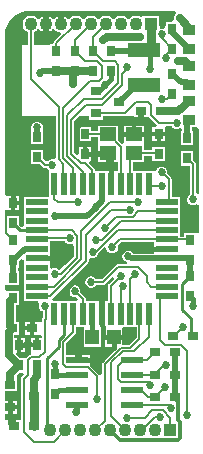
<source format=gbl>
%FSAX24Y24*%
%MOIN*%
G70*
G01*
G75*
G04 Layer_Physical_Order=2*
G04 Layer_Color=16711680*
%ADD10R,0.0512X0.0315*%
%ADD11R,0.0315X0.0512*%
%ADD12C,0.0197*%
%ADD13C,0.0080*%
%ADD14C,0.0150*%
%ADD15C,0.0250*%
%ADD16C,0.0350*%
%ADD17C,0.0060*%
%ADD18C,0.0300*%
%ADD19C,0.0200*%
%ADD20C,0.0100*%
%ADD21C,0.0430*%
%ADD22R,0.0430X0.0430*%
%ADD23C,0.0270*%
%ADD24R,0.0300X0.0350*%
%ADD25R,0.0394X0.0354*%
%ADD26R,0.0350X0.0300*%
%ADD27R,0.0450X0.0500*%
%ADD28R,0.0354X0.0315*%
%ADD29R,0.1063X0.0512*%
%ADD30R,0.0748X0.0217*%
%ADD31R,0.0217X0.0748*%
%ADD32R,0.0551X0.0453*%
%ADD33C,0.0120*%
G36*
X068187Y042891D02*
X068211Y042861D01*
X068241Y042837D01*
X068275Y042819D01*
X068312Y042808D01*
X068350Y042804D01*
X068388Y042808D01*
X068420Y042817D01*
X068430Y042810D01*
X068484Y042708D01*
Y042402D01*
X068370Y042288D01*
X067969Y041959D01*
X067939Y041983D01*
X067905Y042001D01*
X067868Y042012D01*
X067830Y042016D01*
X067792Y042012D01*
X067755Y042001D01*
X067737Y041992D01*
X067692Y042019D01*
X067669Y042047D01*
Y042167D01*
Y042260D01*
X067235D01*
Y042410D01*
X067669D01*
Y042482D01*
Y042797D01*
Y042899D01*
X068183D01*
X068187Y042891D01*
D02*
G37*
G36*
X071131Y042797D02*
Y042725D01*
X071565D01*
Y042575D01*
X071131D01*
Y042496D01*
X070463D01*
X070448Y042524D01*
X070424Y042554D01*
X070394Y042578D01*
X070360Y042596D01*
X070323Y042607D01*
X070285Y042611D01*
X070247Y042607D01*
X070210Y042596D01*
X070176Y042578D01*
X070146Y042554D01*
X070122Y042524D01*
X070104Y042490D01*
X070093Y042453D01*
X070089Y042415D01*
X070093Y042377D01*
X070104Y042340D01*
X070122Y042306D01*
X070146Y042276D01*
X070176Y042252D01*
X070210Y042234D01*
X070210Y042234D01*
X070242Y042171D01*
X070239Y042142D01*
X070237Y042136D01*
X069935D01*
X069909Y042132D01*
X069892Y042125D01*
X069885Y042122D01*
X069864Y042106D01*
X069408Y041651D01*
X069217D01*
X069213Y041659D01*
X069189Y041689D01*
X069159Y041713D01*
X069125Y041731D01*
X069088Y041742D01*
X069050Y041746D01*
X069012Y041742D01*
X068975Y041731D01*
X068941Y041713D01*
X068911Y041689D01*
X068887Y041659D01*
X068869Y041625D01*
X068858Y041588D01*
X068854Y041550D01*
X068858Y041512D01*
X068869Y041475D01*
X068887Y041441D01*
X068911Y041411D01*
X068941Y041387D01*
X068975Y041369D01*
X069012Y041358D01*
X069050Y041354D01*
X069088Y041358D01*
X069125Y041369D01*
X069159Y041387D01*
X069189Y041411D01*
X069213Y041441D01*
X069217Y041449D01*
X069450D01*
X069476Y041453D01*
X069500Y041463D01*
X069521Y041479D01*
X069782Y041740D01*
X069796Y041735D01*
X069814Y041657D01*
X069644Y041486D01*
X069628Y041465D01*
X069618Y041441D01*
X069614Y041415D01*
Y040919D01*
X069475D01*
Y040485D01*
X069325D01*
Y040919D01*
X068871D01*
Y040980D01*
X068868Y041006D01*
X068857Y041030D01*
X068841Y041051D01*
X068690Y041203D01*
X068692Y041212D01*
X068696Y041250D01*
X068692Y041288D01*
X068681Y041325D01*
X068663Y041359D01*
X068639Y041389D01*
X068609Y041413D01*
X068575Y041431D01*
X068538Y041442D01*
X068500Y041446D01*
X068462Y041442D01*
X068425Y041431D01*
X068391Y041413D01*
X068361Y041389D01*
X068337Y041359D01*
X068319Y041325D01*
X068308Y041288D01*
X068304Y041250D01*
X068308Y041212D01*
X068319Y041175D01*
X068337Y041141D01*
X068361Y041111D01*
X068391Y041087D01*
X068425Y041069D01*
X068462Y041058D01*
X068500Y041054D01*
X068538Y041058D01*
X068547Y041060D01*
X068615Y040993D01*
X068584Y040919D01*
X067781D01*
X067755Y040994D01*
X067767Y041004D01*
X068936Y042173D01*
X068936Y042173D01*
X068936Y042173D01*
X068952Y042194D01*
X068962Y042218D01*
X068966Y042244D01*
Y042258D01*
X069020Y042360D01*
X069030Y042367D01*
X069062Y042358D01*
X069100Y042354D01*
X069138Y042358D01*
X069175Y042369D01*
X069209Y042387D01*
X069239Y042411D01*
X069263Y042441D01*
X069281Y042475D01*
X069292Y042512D01*
X069292Y042514D01*
X069481Y042703D01*
X069556Y042676D01*
X069558Y042662D01*
X069569Y042625D01*
X069587Y042591D01*
X069611Y042561D01*
X069641Y042537D01*
X069675Y042519D01*
X069712Y042508D01*
X069750Y042504D01*
X069788Y042508D01*
X069825Y042519D01*
X069859Y042537D01*
X069889Y042561D01*
X069913Y042591D01*
X069931Y042625D01*
X069942Y042662D01*
X069946Y042700D01*
X069942Y042738D01*
X069936Y042758D01*
X070053Y042874D01*
X071131D01*
Y042797D01*
D02*
G37*
G36*
X070569Y039697D02*
X070322Y039451D01*
X070089D01*
Y039625D01*
X069519D01*
Y039390D01*
X069847D01*
X069878Y039316D01*
X069436Y038874D01*
X069421Y038855D01*
X069412Y038833D01*
X069409Y038810D01*
Y038471D01*
X069337Y038442D01*
X069331Y038440D01*
X069329Y038445D01*
X069314Y038464D01*
X069014Y038764D01*
X069009Y038768D01*
X069009Y038782D01*
X069009D01*
Y039118D01*
X068650D01*
Y038950D01*
X068500D01*
Y039118D01*
X068202D01*
Y039513D01*
X068519Y039831D01*
X068534Y039849D01*
X068540Y039865D01*
X068543Y039871D01*
X068546Y039895D01*
Y040051D01*
X068811D01*
Y040010D01*
X068811D01*
Y039390D01*
X069381D01*
Y040010D01*
D01*
Y040010D01*
X069421Y040051D01*
X069519D01*
Y040010D01*
X069519D01*
Y039775D01*
X070089D01*
Y040010D01*
D01*
Y040010D01*
X070130Y040051D01*
X070569D01*
Y039697D01*
D02*
G37*
G36*
X066814Y038456D02*
X066729Y038371D01*
X066713Y038350D01*
X066703Y038326D01*
X066699Y038300D01*
X066699Y038300D01*
X066699D01*
X066699Y038300D01*
X066699D01*
Y036960D01*
X066530D01*
Y036750D01*
X066400D01*
Y036960D01*
X066230D01*
Y036960D01*
X066177D01*
X066176Y037000D01*
D01*
Y037159D01*
X066296D01*
Y037376D01*
Y037593D01*
X066176D01*
Y037907D01*
X066593D01*
Y038341D01*
X066593D01*
X066593Y038446D01*
X066678Y038530D01*
X066783D01*
X066814Y038456D01*
D02*
G37*
G36*
X066801Y042284D02*
Y042167D01*
Y041852D01*
Y041537D01*
Y041222D01*
Y040907D01*
X067279D01*
X067291Y040897D01*
X067326Y040838D01*
X067319Y040825D01*
X067308Y040788D01*
X067304Y040750D01*
X067308Y040712D01*
X067319Y040675D01*
X067337Y040641D01*
X067361Y040611D01*
X067391Y040587D01*
X067425Y040569D01*
X067431Y040567D01*
Y040347D01*
X067429Y040344D01*
X067413Y040324D01*
X067403Y040299D01*
X067399Y040273D01*
Y040210D01*
X067320D01*
Y040210D01*
X067150D01*
Y040000D01*
Y039790D01*
X067320D01*
Y039790D01*
X067343D01*
X067399Y039733D01*
Y039670D01*
X067315D01*
Y039435D01*
X067250D01*
Y039370D01*
X067040D01*
Y039200D01*
X067040D01*
Y039139D01*
X067032Y039138D01*
X067008Y039128D01*
X066987Y039112D01*
X066879Y039003D01*
X066877Y039000D01*
X066860Y039000D01*
Y039000D01*
X066678D01*
X066553Y039126D01*
X066583Y039200D01*
X066585D01*
Y039435D01*
Y039670D01*
X066486D01*
Y039790D01*
X066650D01*
Y040210D01*
X066536D01*
Y040591D01*
X066542Y040612D01*
X066546Y040650D01*
X066542Y040688D01*
X066536Y040709D01*
Y040780D01*
X066660D01*
Y041250D01*
X066240D01*
Y041250D01*
X066232D01*
X066176Y041307D01*
Y041450D01*
X066240D01*
Y041450D01*
X066660D01*
Y041920D01*
X066611D01*
Y042030D01*
X066660D01*
Y042248D01*
X066727Y042315D01*
X066801Y042284D01*
D02*
G37*
G36*
X070480Y047040D02*
X070950D01*
X070950Y047040D01*
X071014Y047012D01*
X071232Y046794D01*
X071201Y046720D01*
X071090D01*
Y046550D01*
X071510D01*
Y046693D01*
X071510D01*
Y046693D01*
D01*
X071510Y046720D01*
D01*
X071539Y046749D01*
X071733D01*
X071737Y046741D01*
X071761Y046711D01*
X071791Y046687D01*
X071825Y046669D01*
X071862Y046658D01*
X071900Y046654D01*
X071938Y046658D01*
X071975Y046669D01*
X072009Y046687D01*
X072017Y046694D01*
X072089Y046659D01*
Y046570D01*
X072040D01*
Y046100D01*
X072460D01*
Y046570D01*
X072411D01*
Y046718D01*
X072577D01*
Y046718D01*
X072579D01*
X072635Y046661D01*
Y044494D01*
X072618Y044486D01*
X072551Y044529D01*
Y045465D01*
X072547Y045491D01*
X072537Y045516D01*
X072521Y045537D01*
X072460Y045598D01*
Y045900D01*
X072040D01*
Y045430D01*
X072342D01*
X072349Y045424D01*
Y044467D01*
X072341Y044463D01*
X072311Y044439D01*
X072287Y044409D01*
X072269Y044375D01*
X072258Y044338D01*
X072254Y044300D01*
X072258Y044262D01*
X072269Y044225D01*
X072287Y044191D01*
X072311Y044161D01*
X072341Y044137D01*
X072375Y044119D01*
X072412Y044108D01*
X072450Y044104D01*
X072488Y044108D01*
X072525Y044119D01*
X072559Y044137D01*
X072563Y044140D01*
X072635Y044106D01*
Y043170D01*
X072560D01*
Y043170D01*
X072140D01*
Y043056D01*
X071999D01*
Y043112D01*
Y043427D01*
Y043742D01*
Y044057D01*
Y044393D01*
X071736D01*
Y044965D01*
X071732Y044991D01*
X071722Y045015D01*
X071706Y045036D01*
X071590Y045153D01*
X071592Y045162D01*
X071596Y045200D01*
X071592Y045238D01*
X071581Y045275D01*
X071563Y045309D01*
X071539Y045339D01*
X071509Y045363D01*
X071475Y045381D01*
X071438Y045392D01*
X071400Y045396D01*
X071362Y045392D01*
X071325Y045381D01*
X071291Y045363D01*
X071261Y045339D01*
X071237Y045309D01*
X071219Y045275D01*
X071211Y045249D01*
X071143D01*
Y045249D01*
X070446D01*
Y045549D01*
X070819D01*
Y045734D01*
X071090D01*
Y045580D01*
X071510D01*
Y046050D01*
X071090D01*
Y045936D01*
X070819D01*
Y046121D01*
D01*
Y046121D01*
X070819Y046121D01*
Y046179D01*
X070819D01*
Y046390D01*
X070147D01*
Y046195D01*
X070074Y046164D01*
X069953Y046285D01*
Y046751D01*
X069281D01*
Y046586D01*
X069060D01*
Y046720D01*
X068640D01*
Y046250D01*
X069060D01*
Y046384D01*
X069281D01*
Y046179D01*
X069281Y046179D01*
X069281Y046121D01*
X069281D01*
Y045910D01*
X069617D01*
Y045835D01*
X069692D01*
Y045549D01*
X069949D01*
Y045249D01*
X069790D01*
Y044815D01*
X069640D01*
Y045249D01*
X069186D01*
Y045265D01*
X069182Y045291D01*
X069172Y045315D01*
X069156Y045336D01*
X068986Y045506D01*
X069017Y045580D01*
X069060D01*
Y045750D01*
X068850D01*
Y045815D01*
X068785D01*
Y046050D01*
X068640D01*
Y045805D01*
X068566Y045775D01*
X068491Y045850D01*
Y046898D01*
X068669Y047076D01*
X068969D01*
Y046958D01*
X069443D01*
Y047075D01*
X070176D01*
X070183Y047076D01*
X070480D01*
Y047040D01*
D02*
G37*
G36*
X071852Y050587D02*
X071880Y050533D01*
X071888Y050510D01*
X071861Y050489D01*
X071837Y050459D01*
X071819Y050425D01*
X071808Y050388D01*
X071804Y050350D01*
X071808Y050312D01*
X071816Y050284D01*
X071804Y050267D01*
X071715Y050220D01*
X071540D01*
Y050103D01*
X071475Y049981D01*
X071438Y049992D01*
X071400Y049996D01*
X071374Y049993D01*
X071357Y050009D01*
X071314Y050148D01*
Y050428D01*
X070764D01*
Y050420D01*
X070695Y050381D01*
X070665Y050399D01*
X070625Y050416D01*
X070583Y050426D01*
X070539Y050429D01*
X070496Y050426D01*
X070454Y050416D01*
X070414Y050399D01*
X070377Y050376D01*
X070344Y050348D01*
X070329Y050331D01*
X070249D01*
X070234Y050348D01*
X070202Y050376D01*
X070165Y050399D01*
X070125Y050416D01*
X070083Y050426D01*
X070039Y050429D01*
X069996Y050426D01*
X069954Y050416D01*
X069914Y050399D01*
X069877Y050376D01*
X069844Y050348D01*
X069829Y050331D01*
X069749D01*
X069734Y050348D01*
X069702Y050376D01*
X069665Y050399D01*
X069625Y050416D01*
X069583Y050426D01*
X069539Y050429D01*
X069496Y050426D01*
X069454Y050416D01*
X069414Y050399D01*
X069377Y050376D01*
X069344Y050348D01*
X069329Y050331D01*
X069249D01*
X069234Y050348D01*
X069202Y050376D01*
X069165Y050399D01*
X069125Y050416D01*
X069083Y050426D01*
X069039Y050429D01*
X068996Y050426D01*
X068954Y050416D01*
X068914Y050399D01*
X068877Y050376D01*
X068844Y050348D01*
X068829Y050331D01*
X068749D01*
X068734Y050348D01*
X068702Y050376D01*
X068665Y050399D01*
X068625Y050416D01*
X068583Y050426D01*
X068539Y050429D01*
X068496Y050426D01*
X068454Y050416D01*
X068414Y050399D01*
X068377Y050376D01*
X068344Y050348D01*
X068329Y050331D01*
X068249D01*
X068234Y050348D01*
X068202Y050376D01*
X068165Y050399D01*
X068139Y050409D01*
Y050153D01*
X067939D01*
Y050409D01*
X067914Y050399D01*
X067877Y050376D01*
X067844Y050348D01*
X067829Y050331D01*
X067749D01*
X067734Y050348D01*
X067702Y050376D01*
X067665Y050399D01*
X067639Y050409D01*
Y050153D01*
Y049897D01*
X067665Y049907D01*
X067702Y049930D01*
X067734Y049958D01*
X067749Y049976D01*
X067829D01*
X067844Y049958D01*
X067877Y049930D01*
X067914Y049907D01*
X067954Y049891D01*
X067996Y049881D01*
X068020Y049879D01*
X068045Y049811D01*
X068045Y049802D01*
X067823Y049579D01*
X067807Y049558D01*
X067797Y049534D01*
X067793Y049508D01*
Y049470D01*
X067684D01*
Y049438D01*
X067140D01*
Y049897D01*
X067165Y049907D01*
X067202Y049930D01*
X067234Y049958D01*
X067249Y049976D01*
X067329D01*
X067344Y049958D01*
X067377Y049930D01*
X067414Y049907D01*
X067439Y049897D01*
Y050153D01*
Y050409D01*
X067414Y050399D01*
X067377Y050376D01*
X067344Y050348D01*
X067329Y050331D01*
X067249D01*
X067234Y050348D01*
X067202Y050376D01*
X067165Y050399D01*
X067125Y050416D01*
X067083Y050426D01*
X067039Y050429D01*
X066996Y050426D01*
X066954Y050416D01*
X066914Y050399D01*
X066877Y050376D01*
X066844Y050348D01*
X066816Y050315D01*
X066794Y050278D01*
X066777Y050238D01*
X066767Y050196D01*
X066764Y050153D01*
X066767Y050110D01*
X066777Y050068D01*
X066794Y050028D01*
X066816Y049991D01*
X066844Y049958D01*
X066877Y049930D01*
X066914Y049907D01*
X066939Y049897D01*
Y049438D01*
X066743D01*
Y047076D01*
X067869D01*
Y045714D01*
X067844Y045666D01*
X067805Y045637D01*
X067788Y045642D01*
X067750Y045646D01*
X067712Y045642D01*
X067675Y045631D01*
X067641Y045613D01*
X067611Y045589D01*
X067608Y045584D01*
X067546Y045581D01*
X067506Y045602D01*
X067460Y045648D01*
Y045950D01*
X067040D01*
Y045480D01*
X067342D01*
X067444Y045379D01*
X067465Y045363D01*
X067482Y045356D01*
X067489Y045353D01*
X067515Y045349D01*
X067583D01*
X067587Y045341D01*
X067611Y045311D01*
X067641Y045287D01*
X067657Y045279D01*
Y045249D01*
X067657D01*
Y044393D01*
X066801D01*
Y044057D01*
Y043742D01*
Y043427D01*
Y043426D01*
X066727Y043396D01*
X066660Y043462D01*
Y043750D01*
X066240D01*
Y043750D01*
X066232D01*
X066176Y043807D01*
Y043950D01*
X066240D01*
Y043950D01*
X066385D01*
Y044185D01*
Y044420D01*
X066240D01*
Y044420D01*
X066232D01*
X066176Y044476D01*
Y049764D01*
X066175Y049769D01*
X066179Y049845D01*
X066191Y049925D01*
X066211Y050003D01*
X066238Y050079D01*
X066272Y050153D01*
X066314Y050222D01*
X066362Y050287D01*
X066417Y050347D01*
X066477Y050402D01*
X066542Y050450D01*
X066611Y050491D01*
X066684Y050526D01*
X066761Y050553D01*
X066839Y050573D01*
X066919Y050585D01*
X066994Y050588D01*
X067000Y050588D01*
X071811D01*
X071817Y050588D01*
X071852Y050587D01*
D02*
G37*
%LPC*%
G36*
X067185Y039670D02*
X067040D01*
Y039500D01*
X067185D01*
Y039670D01*
D02*
G37*
G36*
X067250Y046896D02*
X067212Y046892D01*
X067175Y046881D01*
X067141Y046863D01*
X067111Y046839D01*
X067087Y046809D01*
X067069Y046775D01*
X067058Y046738D01*
X067054Y046700D01*
X067058Y046662D01*
X067069Y046625D01*
D01*
X067040Y046620D01*
X067043Y046620D01*
X067040Y046620D01*
X067040D01*
Y046150D01*
X067460D01*
Y046620D01*
X067460D01*
X067457Y046620D01*
X067460Y046620D01*
X067431Y046625D01*
D01*
X067442Y046662D01*
X067446Y046700D01*
X067442Y046738D01*
X067431Y046775D01*
X067413Y046809D01*
X067389Y046839D01*
X067359Y046863D01*
X067325Y046881D01*
X067288Y046892D01*
X067250Y046896D01*
D02*
G37*
G36*
X067020Y039935D02*
X066850D01*
Y039790D01*
X067020D01*
Y039935D01*
D02*
G37*
G36*
X066860Y039670D02*
X066715D01*
Y039500D01*
X066860D01*
Y039670D01*
D02*
G37*
G36*
X066593Y037316D02*
X066416D01*
Y037159D01*
X066593D01*
Y037316D01*
D02*
G37*
G36*
Y037593D02*
X066416D01*
Y037436D01*
X066593D01*
Y037593D01*
D02*
G37*
G36*
X066860Y039370D02*
X066715D01*
Y039200D01*
X066860D01*
Y039370D01*
D02*
G37*
G36*
X069060Y046050D02*
X068915D01*
Y045880D01*
X069060D01*
Y046050D01*
D02*
G37*
G36*
X069542Y045760D02*
X069281D01*
Y045549D01*
X069542D01*
Y045760D01*
D02*
G37*
G36*
X071510Y046420D02*
X071365D01*
Y046250D01*
X071510D01*
Y046420D01*
D02*
G37*
G36*
X071235D02*
X071090D01*
Y046250D01*
X071235D01*
Y046420D01*
D02*
G37*
G36*
X066660Y044420D02*
X066515D01*
Y044250D01*
X066660D01*
Y044420D01*
D02*
G37*
G36*
X070819Y046751D02*
X070558D01*
Y046540D01*
X070819D01*
Y046751D01*
D02*
G37*
G36*
X067020Y040210D02*
X066850D01*
Y040065D01*
X067020D01*
Y040210D01*
D02*
G37*
G36*
X066660Y044120D02*
X066515D01*
Y043950D01*
X066660D01*
Y044120D01*
D02*
G37*
G36*
X070408Y046751D02*
X070147D01*
Y046540D01*
X070408D01*
Y046751D01*
D02*
G37*
%LPD*%
D13*
X067135Y036215D02*
X067801D01*
X068189Y036603D01*
X066800Y036550D02*
X067135Y036215D01*
X066800Y036550D02*
Y038300D01*
X066950Y038450D01*
Y038932D01*
X067059Y039040D01*
X067322D01*
X067500Y039218D01*
Y040273D01*
X067532Y040305D01*
Y040718D01*
X067500Y040750D01*
X067235Y041075D02*
X067696D01*
X068865Y042244D01*
Y043115D01*
X069700Y043950D01*
X070350D01*
X070597Y042035D02*
X070900Y041732D01*
Y041550D01*
X071060Y041390D01*
X071565D01*
X071350Y041050D02*
Y039600D01*
X071500Y039450D01*
X072051D01*
X072250Y039251D01*
Y037100D01*
X071065Y038450D02*
X071165Y038550D01*
X071065Y038450D02*
X070425D01*
Y038950D02*
X070915D01*
X071165Y039200D01*
X071186Y037045D02*
X071350D01*
X071186D02*
X070744Y036603D01*
X070689D01*
X072100Y040050D02*
X071800Y039750D01*
X071795D01*
X070030Y041330D02*
X070100Y041400D01*
X070030Y041330D02*
Y040485D01*
X069715D02*
Y041415D01*
X070050Y041750D01*
X069935Y042035D02*
X070597D01*
X069935D02*
X069450Y041550D01*
X069050D01*
X068500Y041250D02*
X068770Y040980D01*
Y040485D01*
X067813Y041390D02*
X068725Y042302D01*
Y043243D01*
X069682Y044200D01*
X070600D01*
X070345Y044815D02*
Y045697D01*
X070483Y045835D01*
X071280D01*
X071300Y045815D01*
X071318Y046850D02*
X071900D01*
X071318D02*
X071050Y047118D01*
Y047450D01*
X070950Y047550D01*
X070549D01*
X070440Y047441D01*
Y047440D01*
X070176Y047176D01*
X069206D01*
X069401Y047433D02*
X070090Y048122D01*
Y048490D01*
X070250Y048650D01*
Y048700D01*
X069950Y048782D02*
X069832Y048900D01*
X069435D01*
X069100Y049235D01*
Y049714D01*
X069539Y050153D01*
X069237Y048900D02*
X069400Y048737D01*
Y048350D01*
X069300Y048250D01*
X069000D01*
X068110Y047360D01*
Y045692D01*
X068450Y045352D01*
Y045205D01*
X068455Y045200D01*
Y044815D01*
X068770D02*
Y045230D01*
X068250Y045750D01*
Y047100D01*
X068800Y047650D01*
X069420D01*
X069950Y048180D01*
Y048782D01*
X069237Y048900D02*
X068835D01*
X068500Y049235D01*
Y049614D01*
X069039Y050153D01*
X068539D02*
X067894Y049508D01*
Y049235D01*
X067970Y047380D02*
Y045634D01*
X068110Y045494D01*
Y044846D01*
X068140Y044815D01*
X067825D02*
Y044325D01*
X067950Y044200D01*
X068560D01*
X068600D01*
X068560D02*
X068555Y044205D01*
Y044205D01*
X069085Y044815D02*
Y045265D01*
X068852Y045498D01*
X068700D01*
X068390Y045808D01*
Y046940D01*
X068883Y047433D01*
X069401D01*
X069597Y046485D02*
X069617Y046465D01*
X069630D01*
X070050Y046045D01*
Y044835D01*
X070030Y044815D01*
X071400Y045200D02*
X071635Y044965D01*
Y044294D01*
X071565Y044225D01*
X072450Y044300D02*
Y045465D01*
X072250Y045665D01*
X071585Y047650D02*
X071750Y047815D01*
X071585Y047650D02*
X071400D01*
X071550Y049000D02*
X071550Y049000D01*
Y049115D01*
X071750Y049315D01*
X069597Y046485D02*
X068850D01*
X067750Y045450D02*
X067515D01*
X067250Y045715D01*
X067970Y047380D02*
X067039Y048311D01*
Y050153D01*
X067235Y043280D02*
X068402D01*
X068585Y043097D01*
Y042360D01*
X068045Y041820D01*
X067830D01*
X067813Y041390D02*
X067235D01*
X068350Y043000D02*
X067270D01*
X067235Y042965D01*
D14*
X066465Y036750D02*
X066356Y036859D01*
Y037376D01*
Y037744D01*
X066350Y037750D01*
X067850Y037815D02*
X067985Y037950D01*
X068575D01*
Y037450D02*
Y037225D01*
X068550Y037200D01*
X069407Y038950D02*
X068575D01*
X068651Y039027D01*
Y039751D01*
X068658D01*
X069085Y040485D02*
Y039711D01*
X069096Y039700D01*
X068575Y038450D02*
X067885D01*
X067850Y038485D01*
Y038800D01*
X069804Y039347D02*
Y039700D01*
X070100D01*
X070250Y039850D01*
X070300D01*
X069456Y039750D02*
Y040049D01*
X069400Y040104D01*
Y040485D01*
Y041000D01*
X069120Y041280D01*
X068938D01*
X068568Y041650D01*
X068518D01*
X068733Y041865D01*
X069353D01*
X070173Y042685D01*
X070800D01*
X070965D01*
X071000Y042650D01*
X071350D01*
X072350Y041065D02*
X072450Y040965D01*
Y040750D01*
Y043800D02*
X072100Y044150D01*
Y045250D01*
X071800Y045550D01*
Y045985D01*
X071900Y046000D01*
Y045950D01*
X070715Y047205D02*
Y047250D01*
X071000Y048650D02*
Y049071D01*
X070800Y049271D01*
X069700Y048565D02*
Y048303D01*
X069524Y048126D01*
X069321Y047924D01*
X069206D01*
X070050Y046884D02*
X070349D01*
X070050D02*
X068733D01*
X068565Y046716D01*
Y046254D01*
X068850Y045969D02*
Y045815D01*
X069597D01*
X069617Y045835D01*
X069715Y045737D01*
Y044815D01*
X067865Y042335D02*
X068000Y042200D01*
Y042100D01*
X067950Y042150D01*
X067865Y042335D02*
X067235D01*
X067085Y040250D02*
Y040000D01*
X066950Y039550D02*
Y039500D01*
X066919Y039435D02*
X066650D01*
X068100Y041100D02*
X068230Y041230D01*
Y041362D01*
X068518Y041650D01*
X066450Y044185D02*
Y045650D01*
X066800Y046000D01*
X066450Y046900D02*
X066435Y046915D01*
Y047085D01*
X067520Y047000D02*
X067600Y046920D01*
Y046885D01*
D15*
X066356Y038124D02*
Y038472D01*
X066650Y038765D01*
X066300Y039115D01*
Y039885D01*
X066415Y040000D01*
X066350Y040065D01*
Y040650D01*
Y040915D01*
X066450Y041015D01*
X067250Y038765D02*
Y038400D01*
X067144Y038294D01*
Y037750D01*
X072320Y047585D02*
X072052Y047317D01*
X072000D01*
X071933Y047250D01*
X071385D01*
X072176Y048900D02*
X072320Y048756D01*
X072176Y048900D02*
X071950D01*
X070694Y049722D02*
X069572D01*
X069450Y049600D01*
X072000Y050350D02*
X072320Y050030D01*
Y049956D01*
X069100Y048565D02*
X068500D01*
X067894D01*
X068500D02*
X068450Y048515D01*
Y048150D01*
D17*
X066205Y043180D02*
X066450Y042935D01*
X066205Y043180D02*
Y043900D01*
X069100Y042550D02*
X069200D01*
X069930Y043280D01*
X071565D01*
Y042965D02*
X072320D01*
X072350Y042935D01*
X071400Y044750D02*
X071040D01*
X070975Y044815D01*
X070628Y043910D02*
X071565D01*
Y043595D02*
X070063D01*
X069418Y042950D01*
X069200D01*
X069500Y043350D02*
X069875Y043725D01*
X070443D01*
X070628Y043910D01*
X071565Y042965D02*
X070015D01*
X069750Y042700D01*
X070345Y041645D02*
X070500Y041800D01*
X070345Y041645D02*
Y040485D01*
X070360Y039360D02*
X070660Y039660D01*
Y040485D01*
X070975D02*
Y039725D01*
X070490Y039240D01*
X070100D01*
X069725Y038865D01*
Y037068D01*
X070189Y036603D01*
X069189D02*
X069500Y036914D01*
Y038810D01*
X070050Y039360D01*
X070360D01*
X070100Y038950D02*
Y038900D01*
X069950Y038750D01*
Y038300D01*
X070050Y038200D01*
X070900D01*
X071000Y038100D01*
X070700Y037950D02*
X070950Y037700D01*
X071165D01*
X071508Y038042D01*
X071600Y037450D02*
X071700Y037350D01*
X071600Y037450D02*
X070425D01*
Y037950D02*
X070700D01*
X070838Y037013D02*
X071095Y037270D01*
X071443D01*
X071685Y037029D01*
Y036855D01*
X071689Y036850D01*
Y036603D01*
X070838Y037013D02*
X070263D01*
X069250Y037650D02*
Y038400D01*
X068950Y038700D01*
X068215D01*
X068111Y038804D01*
Y039551D01*
X068455Y039895D01*
Y040485D01*
X071165Y039200D02*
X071200Y039235D01*
X071165Y038550D02*
X071250D01*
X071500Y038800D01*
X071535Y038765D01*
X071535D01*
X071750Y049315D02*
X071400Y049665D01*
Y049800D01*
D18*
X067135Y036750D02*
Y037200D01*
Y037741D01*
X067144Y037750D01*
X071039Y049510D02*
Y050153D01*
D19*
X066450Y041685D02*
Y042265D01*
X066835Y042650D01*
X066950D01*
X067819Y043750D02*
X067850D01*
X068920D01*
X069200Y044030D01*
X069235Y044065D01*
Y044068D01*
X069400Y044233D01*
Y044815D01*
X069200Y044050D02*
Y044030D01*
X070285Y042415D02*
X070365Y042335D01*
X071565D01*
X072280D01*
X072350Y042265D01*
Y041735D01*
X071835Y039200D02*
Y038450D01*
Y037665D01*
X072250Y046335D02*
Y046885D01*
X072320Y046955D01*
X072250Y048200D02*
X072035D01*
X071750Y048485D01*
X070800Y048129D02*
X070573D01*
X069994Y047550D01*
X070715Y046900D02*
Y047205D01*
X072320Y049326D02*
X071750Y049896D01*
Y049985D01*
X070800Y049271D02*
X070764Y049235D01*
X069700D01*
X067894Y048565D02*
X067415D01*
X067350Y048500D01*
X067250Y046700D02*
Y046385D01*
D20*
X067590Y036703D02*
X067689Y036603D01*
X067590Y036703D02*
Y039000D01*
X067971Y039381D01*
Y039609D01*
X068140Y039778D01*
Y040485D01*
X067235Y043280D02*
X066685D01*
X066450Y043515D01*
X072090Y040629D02*
Y041475D01*
X072350Y041735D01*
X072090Y040629D02*
X072369Y040350D01*
Y039845D01*
X072465Y039750D01*
D21*
X067039Y050153D02*
D03*
X067539D02*
D03*
X068039D02*
D03*
X068539D02*
D03*
X069039D02*
D03*
X069539D02*
D03*
X070039D02*
D03*
X070539D02*
D03*
X068689Y036603D02*
D03*
X068189D02*
D03*
X067689D02*
D03*
X069189D02*
D03*
X069689D02*
D03*
X070189D02*
D03*
X070689D02*
D03*
X071189D02*
D03*
D22*
X071689Y036603D02*
D03*
X071039Y050153D02*
D03*
D23*
X066350Y037750D02*
D03*
X067135Y037200D02*
D03*
X068550D02*
D03*
X069250Y037650D02*
D03*
X070263Y037013D02*
D03*
X071350Y037045D02*
D03*
X071700Y037350D02*
D03*
X071508Y038042D02*
D03*
X071000Y038100D02*
D03*
X072250Y037100D02*
D03*
X071535Y038765D02*
D03*
X072100Y040050D02*
D03*
X072450Y040750D02*
D03*
Y043800D02*
D03*
Y044300D02*
D03*
X071900Y046000D02*
D03*
Y046850D02*
D03*
X070950Y046450D02*
D03*
X071400Y045200D02*
D03*
Y044750D02*
D03*
X070800Y042685D02*
D03*
X070600Y044200D02*
D03*
X070350Y043950D02*
D03*
X069200Y044050D02*
D03*
X069500Y043350D02*
D03*
X069200Y042950D02*
D03*
X069750Y042700D02*
D03*
X070285Y042415D02*
D03*
X070500Y041800D02*
D03*
X070050Y041750D02*
D03*
X070100Y041400D02*
D03*
X070300Y039850D02*
D03*
X069050Y041550D02*
D03*
X068500Y041250D02*
D03*
X067830Y041820D02*
D03*
X067950Y042150D02*
D03*
X069100Y042550D02*
D03*
X068100Y041100D02*
D03*
X068658Y039751D02*
D03*
X067850Y038800D02*
D03*
X067297Y040403D02*
D03*
X067500Y040750D02*
D03*
X066350Y040650D02*
D03*
X066950Y039500D02*
D03*
X068350Y043000D02*
D03*
X067850Y043750D02*
D03*
X068600Y044200D02*
D03*
X067750Y045450D02*
D03*
X070050Y046884D02*
D03*
X071400Y047650D02*
D03*
X072000Y047317D02*
D03*
X071950Y048900D02*
D03*
X071550Y049000D02*
D03*
X071000Y048650D02*
D03*
X070694Y049722D02*
D03*
X071400Y049800D02*
D03*
X072000Y050350D02*
D03*
X069450Y049600D02*
D03*
X070250Y048700D02*
D03*
X069524Y048126D02*
D03*
X068450Y048150D02*
D03*
X068733Y046884D02*
D03*
X067350Y048500D02*
D03*
X067600Y046885D02*
D03*
X067250Y046700D02*
D03*
X066450Y046900D02*
D03*
X066800Y046000D02*
D03*
X066650Y049650D02*
D03*
D24*
X066650Y038765D02*
D03*
X067250Y038765D02*
D03*
Y039435D02*
D03*
X066650Y039435D02*
D03*
X067850Y037815D02*
D03*
Y038485D02*
D03*
X066450Y041015D02*
D03*
Y041685D02*
D03*
Y042265D02*
D03*
Y042935D02*
D03*
Y043515D02*
D03*
Y044185D02*
D03*
X068850Y045815D02*
D03*
Y046485D02*
D03*
X067250Y046385D02*
D03*
Y045715D02*
D03*
X069700Y048565D02*
D03*
Y049235D02*
D03*
X071750Y048485D02*
D03*
Y047815D02*
D03*
X071300Y046485D02*
D03*
Y045815D02*
D03*
X072250Y045665D02*
D03*
Y046335D02*
D03*
X072350Y042935D02*
D03*
Y042265D02*
D03*
Y041735D02*
D03*
Y041065D02*
D03*
X071750Y049315D02*
D03*
Y049985D02*
D03*
X069100Y049235D02*
D03*
X068500D02*
D03*
X067894D02*
D03*
Y048565D02*
D03*
X068500D02*
D03*
X069100D02*
D03*
D25*
X072320Y046955D02*
D03*
Y047585D02*
D03*
Y048126D02*
D03*
Y048756D02*
D03*
Y049326D02*
D03*
Y049956D02*
D03*
D26*
X066465Y036750D02*
D03*
X067135D02*
D03*
X071165Y037700D02*
D03*
X071835D02*
D03*
Y038450D02*
D03*
X071165D02*
D03*
Y039200D02*
D03*
X071835D02*
D03*
X072435Y039750D02*
D03*
X071765D02*
D03*
X067085Y040000D02*
D03*
X066415D02*
D03*
X070715Y047250D02*
D03*
X071385D02*
D03*
D27*
X069096Y039700D02*
D03*
X069804D02*
D03*
D28*
X066356Y037376D02*
D03*
Y038124D02*
D03*
X067144Y037750D02*
D03*
X069206Y047176D02*
D03*
Y047924D02*
D03*
X069994Y047550D02*
D03*
D29*
X070800Y048129D02*
D03*
Y049271D02*
D03*
D30*
X067235Y041075D02*
D03*
X068575Y038950D02*
D03*
Y038450D02*
D03*
Y037950D02*
D03*
Y037450D02*
D03*
X070425D02*
D03*
Y037950D02*
D03*
Y038450D02*
D03*
Y038950D02*
D03*
X071565Y041075D02*
D03*
Y041390D02*
D03*
Y041705D02*
D03*
Y042020D02*
D03*
Y042335D02*
D03*
Y042650D02*
D03*
Y042965D02*
D03*
Y043280D02*
D03*
Y043595D02*
D03*
Y043910D02*
D03*
Y044225D02*
D03*
X067235Y044225D02*
D03*
Y043910D02*
D03*
Y043595D02*
D03*
Y043280D02*
D03*
Y042965D02*
D03*
Y042650D02*
D03*
Y042335D02*
D03*
Y042020D02*
D03*
Y041705D02*
D03*
Y041390D02*
D03*
D31*
X067825Y040485D02*
D03*
X068140D02*
D03*
X068455D02*
D03*
X068770D02*
D03*
X069085D02*
D03*
X069400D02*
D03*
X069715D02*
D03*
X070030D02*
D03*
X070345D02*
D03*
X070660D02*
D03*
X070975D02*
D03*
Y044815D02*
D03*
X070660D02*
D03*
X070345D02*
D03*
X070030D02*
D03*
X069715D02*
D03*
X069400D02*
D03*
X069085D02*
D03*
X068770D02*
D03*
X068455D02*
D03*
X068140D02*
D03*
X067825D02*
D03*
D32*
X069617Y045835D02*
D03*
Y046465D02*
D03*
X070483D02*
D03*
Y045835D02*
D03*
D33*
X069689Y036603D02*
X070024Y036268D01*
X071954D01*
X072024Y036338D01*
Y036868D01*
X071955Y036937D01*
Y037545D01*
X071835Y037665D01*
M02*

</source>
